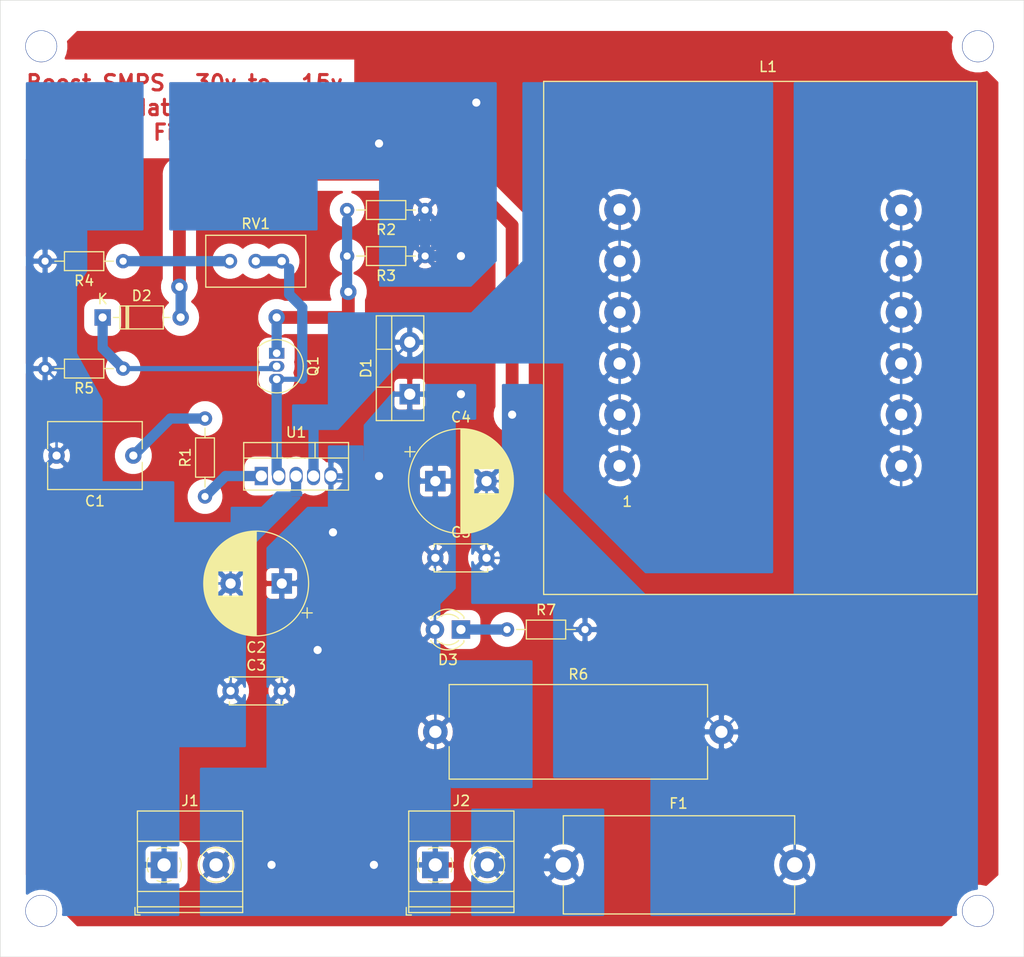
<source format=kicad_pcb>
(kicad_pcb (version 20171130) (host pcbnew 5.1.3-ffb9f22~84~ubuntu16.04.1)
  (layers (0 F.Cu signal hide) (31 B.Cu signal) (34 B.Paste user) (35 F.Paste user) (36 B.SilkS user) (37 F.SilkS user) (38 B.Mask user) (39 F.Mask user) (44 Edge.Cuts user))
  (net 0 "")
  (net 1 "Net-(C1-Pad1)")
  (net 2 "Net-(C1-Pad2)")
  (net 3 GND)
  (net 4 "Net-(C4-Pad2)")
  (net 5 "Net-(D1-Pad2)")
  (net 6 "Net-(D2-Pad1)")
  (net 7 "Net-(F1-Pad1)")
  (net 8 "Net-(Q1-Pad3)")
  (net 9 "Net-(Q1-Pad1)")
  (net 10 "Net-(R1-Pad1)")
  (net 11 "Net-(R4-Pad1)")
  (net 12 "Net-(D3-Pad1)")
  (module Capacitor_THT:C_Rect_L9.0mm_W6.4mm_P7.50mm_MKT (layer F.Cu) (at 65.5 119 180)
    (fp_text reference C1 (at 3.75 -4.45) (layer F.SilkS))
    (fp_text value 0.22u)
    (pad 1 thru_hole circle (at 0 0 180) (size 1.6 1.6) (drill 0.8) (layers *.Cu *.Mask) (net 1 "Net-(C1-Pad1)"))
    (pad 2 thru_hole circle (at 7.5 0 180) (size 1.6 1.6) (drill 0.8) (layers *.Cu *.Mask) (net 2 "Net-(C1-Pad2)"))
  )
  (module Capacitor_THT:CP_Radial_D10.0mm_P5.00mm (layer F.Cu) (at 80 131.5 180)
    (fp_text reference C2 (at 2.5 -6.25) (layer F.SilkS))
    (fp_text value 220u)
    (pad 2 thru_hole circle (at 5 0 180) (size 2 2) (drill 1) (layers *.Cu *.Mask) (net 2 "Net-(C1-Pad2)"))
    (pad 1 thru_hole rect (at 0 0 180) (size 2 2) (drill 1) (layers *.Cu *.Mask) (net 3 GND))
  )
  (module Capacitor_THT:C_Disc_D5.0mm_W2.5mm_P5.00mm (layer F.Cu) (at 75 142)
    (fp_text reference C3 (at 2.5 -2.5) (layer F.SilkS))
    (fp_text value 100n)
    (pad 2 thru_hole circle (at 5 0) (size 1.6 1.6) (drill 0.8) (layers *.Cu *.Mask) (net 3 GND))
    (pad 1 thru_hole circle (at 0 0) (size 1.6 1.6) (drill 0.8) (layers *.Cu *.Mask) (net 2 "Net-(C1-Pad2)"))
  )
  (module Capacitor_THT:CP_Radial_D10.0mm_P5.00mm (layer F.Cu) (at 95 121.5)
    (fp_text reference C4 (at 2.5 -6.25) (layer F.SilkS))
    (fp_text value 470u)
    (pad 1 thru_hole rect (at 0 0) (size 2 2) (drill 1) (layers *.Cu *.Mask) (net 3 GND))
    (pad 2 thru_hole circle (at 5 0) (size 2 2) (drill 1) (layers *.Cu *.Mask) (net 4 "Net-(C4-Pad2)"))
  )
  (module Capacitor_THT:C_Disc_D5.0mm_W2.5mm_P5.00mm (layer F.Cu) (at 95 129)
    (fp_text reference C5 (at 2.5 -2.5) (layer F.SilkS))
    (fp_text value 100n)
    (pad 1 thru_hole circle (at 0 0) (size 1.6 1.6) (drill 0.8) (layers *.Cu *.Mask) (net 3 GND))
    (pad 2 thru_hole circle (at 5 0) (size 1.6 1.6) (drill 0.8) (layers *.Cu *.Mask) (net 4 "Net-(C4-Pad2)"))
  )
  (module Package_TO_SOT_THT:TO-220-2_Vertical (layer F.Cu) (at 92.5 113 90)
    (fp_text reference D1 (at 2.54 -4.27 90) (layer F.SilkS))
    (fp_text value MUR820)
    (pad 1 thru_hole rect (at 0 0 90) (size 2 2) (drill 1.1) (layers *.Cu *.Mask) (net 3 GND))
    (pad 2 thru_hole oval (at 5.08 0 90) (size 2 2) (drill 1.1) (layers *.Cu *.Mask) (net 5 "Net-(D1-Pad2)"))
  )
  (module Diode_THT:D_DO-35_SOD27_P7.62mm_Horizontal (layer F.Cu) (at 62.5 105.5)
    (fp_text reference D2 (at 3.81 -2.12) (layer F.SilkS))
    (fp_text value 1N4148)
    (fp_text user K (at 0 -1.8) (layer F.SilkS))
    (pad 1 thru_hole rect (at 0 0) (size 1.6 1.6) (drill 0.8) (layers *.Cu *.Mask) (net 6 "Net-(D2-Pad1)"))
    (pad 2 thru_hole oval (at 7.62 0) (size 1.6 1.6) (drill 0.8) (layers *.Cu *.Mask) (net 4 "Net-(C4-Pad2)"))
  )
  (module Fuse:Fuseholder_Cylinder-5x20mm_Stelvio-Kontek_PTF78_Horizontal_Open (layer F.Cu) (at 107.5 159)
    (fp_text reference F1 (at 11.25 -6) (layer F.SilkS))
    (fp_text value "Fuse 3A")
    (pad 1 thru_hole circle (at 0 0) (size 3 3) (drill 1.5) (layers *.Cu *.Mask) (net 7 "Net-(F1-Pad1)"))
    (pad 2 thru_hole circle (at 22.6 0) (size 3 3) (drill 1.5) (layers *.Cu *.Mask) (net 4 "Net-(C4-Pad2)"))
  )
  (module TerminalBlock_Phoenix:TerminalBlock_Phoenix_MKDS-1,5-2-5.08_1x02_P5.08mm_Horizontal (layer F.Cu) (at 68.5 159)
    (fp_text reference J1 (at 2.54 -6.26) (layer F.SilkS))
    (fp_text value Conn_01x02)
    (pad 1 thru_hole rect (at 0 0) (size 2.6 2.6) (drill 1.3) (layers *.Cu *.Mask) (net 2 "Net-(C1-Pad2)"))
    (pad 2 thru_hole circle (at 5.08 0) (size 2.6 2.6) (drill 1.3) (layers *.Cu *.Mask) (net 3 GND))
  )
  (module TerminalBlock_Phoenix:TerminalBlock_Phoenix_MKDS-1,5-2-5.08_1x02_P5.08mm_Horizontal (layer F.Cu) (at 95 159)
    (fp_text reference J2 (at 2.54 -6.26) (layer F.SilkS))
    (fp_text value Conn_01x02)
    (pad 2 thru_hole circle (at 5.08 0) (size 2.6 2.6) (drill 1.3) (layers *.Cu *.Mask) (net 7 "Net-(F1-Pad1)"))
    (pad 1 thru_hole rect (at 0 0) (size 2.6 2.6) (drill 1.3) (layers *.Cu *.Mask) (net 3 GND))
  )
  (module Transformer_THT:Transformer_CHK_EI48-8VA_Neutral (layer F.Cu) (at 113 120)
    (fp_text reference L1 (at 14.5 -39) (layer F.SilkS))
    (fp_text value 150uH)
    (fp_text user 1 (at 0.75 3.5) (layer F.SilkS))
    (pad 1 thru_hole circle (at 0 0) (size 3 3) (drill 1.2) (layers *.Cu *.Mask) (net 5 "Net-(D1-Pad2)"))
    (pad 6 thru_hole circle (at 0 -25.05) (size 3 3) (drill 1.2) (layers *.Cu *.Mask) (net 5 "Net-(D1-Pad2)"))
    (pad 7 thru_hole circle (at 27.5 -25) (size 3 3) (drill 1.2) (layers *.Cu *.Mask) (net 4 "Net-(C4-Pad2)"))
    (pad 12 thru_hole circle (at 27.5 0) (size 3 3) (drill 1.2) (layers *.Cu *.Mask) (net 4 "Net-(C4-Pad2)"))
    (pad 2 thru_hole circle (at 0 -5) (size 3 3) (drill 1.2) (layers *.Cu *.Mask) (net 5 "Net-(D1-Pad2)"))
    (pad 3 thru_hole circle (at 0 -10) (size 3 3) (drill 1.2) (layers *.Cu *.Mask) (net 5 "Net-(D1-Pad2)"))
    (pad 4 thru_hole circle (at 0 -15) (size 3 3) (drill 1.2) (layers *.Cu *.Mask) (net 5 "Net-(D1-Pad2)"))
    (pad 5 thru_hole circle (at 0 -20) (size 3 3) (drill 1.2) (layers *.Cu *.Mask) (net 5 "Net-(D1-Pad2)"))
    (pad 11 thru_hole circle (at 27.5 -5) (size 3 3) (drill 1.2) (layers *.Cu *.Mask) (net 4 "Net-(C4-Pad2)"))
    (pad 10 thru_hole circle (at 27.5 -10) (size 3 3) (drill 1.2) (layers *.Cu *.Mask) (net 4 "Net-(C4-Pad2)"))
    (pad 9 thru_hole circle (at 27.5 -15) (size 3 3) (drill 1.2) (layers *.Cu *.Mask) (net 4 "Net-(C4-Pad2)"))
    (pad 8 thru_hole circle (at 27.5 -20) (size 3 3) (drill 1.2) (layers *.Cu *.Mask) (net 4 "Net-(C4-Pad2)"))
  )
  (module Package_TO_SOT_THT:TO-92_Inline (layer F.Cu) (at 79.5 109 270)
    (fp_text reference Q1 (at 1.27 -3.56 90) (layer F.SilkS))
    (fp_text value 2N3906)
    (pad 2 thru_hole oval (at 1.27 0 270) (size 1.05 1.5) (drill 0.75) (layers *.Cu *.Mask) (net 6 "Net-(D2-Pad1)"))
    (pad 3 thru_hole oval (at 2.54 0 270) (size 1.05 1.5) (drill 0.75) (layers *.Cu *.Mask) (net 8 "Net-(Q1-Pad3)"))
    (pad 1 thru_hole rect (at 0 0 270) (size 1.05 1.5) (drill 0.75) (layers *.Cu *.Mask) (net 9 "Net-(Q1-Pad1)"))
  )
  (module Resistor_THT:R_Axial_DIN0204_L3.6mm_D1.6mm_P7.62mm_Horizontal (layer F.Cu) (at 72.5 123 90)
    (fp_text reference R1 (at 3.81 -1.92 90) (layer F.SilkS))
    (fp_text value 3.3k)
    (pad 1 thru_hole circle (at 0 0 90) (size 1.4 1.4) (drill 0.7) (layers *.Cu *.Mask) (net 10 "Net-(R1-Pad1)"))
    (pad 2 thru_hole oval (at 7.62 0 90) (size 1.4 1.4) (drill 0.7) (layers *.Cu *.Mask) (net 1 "Net-(C1-Pad1)"))
  )
  (module Resistor_THT:R_Axial_DIN0204_L3.6mm_D1.6mm_P7.62mm_Horizontal (layer F.Cu) (at 94 95 180)
    (fp_text reference R2 (at 3.81 -1.92) (layer F.SilkS))
    (fp_text value 100k)
    (pad 2 thru_hole oval (at 7.62 0 180) (size 1.4 1.4) (drill 0.7) (layers *.Cu *.Mask) (net 9 "Net-(Q1-Pad1)"))
    (pad 1 thru_hole circle (at 0 0 180) (size 1.4 1.4) (drill 0.7) (layers *.Cu *.Mask) (net 3 GND))
  )
  (module Resistor_THT:R_Axial_DIN0204_L3.6mm_D1.6mm_P7.62mm_Horizontal (layer F.Cu) (at 94 99.5 180)
    (fp_text reference R3 (at 3.81 -1.92) (layer F.SilkS))
    (fp_text value 100k)
    (pad 2 thru_hole oval (at 7.62 0 180) (size 1.4 1.4) (drill 0.7) (layers *.Cu *.Mask) (net 9 "Net-(Q1-Pad1)"))
    (pad 1 thru_hole circle (at 0 0 180) (size 1.4 1.4) (drill 0.7) (layers *.Cu *.Mask) (net 3 GND))
  )
  (module Resistor_THT:R_Axial_DIN0204_L3.6mm_D1.6mm_P7.62mm_Horizontal (layer F.Cu) (at 64.5 100 180)
    (fp_text reference R4 (at 3.81 -1.92) (layer F.SilkS))
    (fp_text value 3.9k)
    (pad 1 thru_hole circle (at 0 0 180) (size 1.4 1.4) (drill 0.7) (layers *.Cu *.Mask) (net 11 "Net-(R4-Pad1)"))
    (pad 2 thru_hole oval (at 7.62 0 180) (size 1.4 1.4) (drill 0.7) (layers *.Cu *.Mask) (net 2 "Net-(C1-Pad2)"))
  )
  (module Resistor_THT:R_Axial_DIN0204_L3.6mm_D1.6mm_P7.62mm_Horizontal (layer F.Cu) (at 64.5 110.5 180)
    (fp_text reference R5 (at 3.81 -1.92) (layer F.SilkS))
    (fp_text value 100k)
    (pad 1 thru_hole circle (at 0 0 180) (size 1.4 1.4) (drill 0.7) (layers *.Cu *.Mask) (net 6 "Net-(D2-Pad1)"))
    (pad 2 thru_hole oval (at 7.62 0 180) (size 1.4 1.4) (drill 0.7) (layers *.Cu *.Mask) (net 2 "Net-(C1-Pad2)"))
  )
  (module Potentiometer_THT:Potentiometer_Bourns_3296W_Vertical (layer F.Cu) (at 80 100)
    (fp_text reference RV1 (at -2.54 -3.66) (layer F.SilkS))
    (fp_text value 2k)
    (pad 1 thru_hole circle (at 0 0) (size 1.44 1.44) (drill 0.8) (layers *.Cu *.Mask) (net 8 "Net-(Q1-Pad3)"))
    (pad 2 thru_hole circle (at -2.54 0) (size 1.44 1.44) (drill 0.8) (layers *.Cu *.Mask) (net 8 "Net-(Q1-Pad3)"))
    (pad 3 thru_hole circle (at -5.08 0) (size 1.44 1.44) (drill 0.8) (layers *.Cu *.Mask) (net 11 "Net-(R4-Pad1)"))
  )
  (module Package_TO_SOT_THT:TO-220-5_Vertical (layer F.Cu) (at 78 121)
    (fp_text reference U1 (at 3.4 -4.27) (layer F.SilkS))
    (fp_text value LM2577)
    (pad 1 thru_hole rect (at 0 0) (size 1.275 1.8) (drill 1.1) (layers *.Cu *.Mask) (net 10 "Net-(R1-Pad1)"))
    (pad 2 thru_hole oval (at 1.7 0) (size 1.275 1.8) (drill 1.1) (layers *.Cu *.Mask) (net 8 "Net-(Q1-Pad3)"))
    (pad 3 thru_hole oval (at 3.4 0) (size 1.275 1.8) (drill 1.1) (layers *.Cu *.Mask) (net 2 "Net-(C1-Pad2)"))
    (pad 4 thru_hole oval (at 5.1 0) (size 1.275 1.8) (drill 1.1) (layers *.Cu *.Mask) (net 5 "Net-(D1-Pad2)"))
    (pad 5 thru_hole oval (at 6.8 0) (size 1.275 1.8) (drill 1.1) (layers *.Cu *.Mask) (net 3 GND))
  )
  (module LED_THT:LED_D3.0mm (layer F.Cu) (at 97.5 136 180)
    (fp_text reference D3 (at 1.27 -2.96) (layer F.SilkS))
    (fp_text value LED)
    (pad 1 thru_hole rect (at 0 0 180) (size 1.8 1.8) (drill 0.9) (layers *.Cu *.Mask) (net 12 "Net-(D3-Pad1)"))
    (pad 2 thru_hole circle (at 2.54 0 180) (size 1.8 1.8) (drill 0.9) (layers *.Cu *.Mask) (net 3 GND))
  )
  (module Resistor_THT:R_Axial_Power_L25.0mm_W9.0mm_P27.94mm (layer F.Cu) (at 95 146)
    (fp_text reference R6 (at 13.97 -5.62) (layer F.SilkS))
    (fp_text value 330)
    (pad 1 thru_hole circle (at 0 0) (size 2.4 2.4) (drill 1.2) (layers *.Cu *.Mask) (net 3 GND))
    (pad 2 thru_hole oval (at 27.94 0) (size 2.4 2.4) (drill 1.2) (layers *.Cu *.Mask) (net 4 "Net-(C4-Pad2)"))
  )
  (module Resistor_THT:R_Axial_DIN0204_L3.6mm_D1.6mm_P7.62mm_Horizontal (layer F.Cu) (at 102 136)
    (fp_text reference R7 (at 3.81 -1.92) (layer F.SilkS))
    (fp_text value 1k)
    (pad 1 thru_hole circle (at 0 0) (size 1.4 1.4) (drill 0.7) (layers *.Cu *.Mask) (net 12 "Net-(D3-Pad1)"))
    (pad 2 thru_hole oval (at 7.62 0) (size 1.4 1.4) (drill 0.7) (layers *.Cu *.Mask) (net 4 "Net-(C4-Pad2)"))
  )
  (gr_text "Boost SMPS -30v to -15v\nLiaudat - Muñoz\nFiuba" (at 70.5 85) (layer F.Cu) (effects (font (size 1.5 1.5) (thickness 0.3))))
  (gr_line (start 52.5 74.5) (end 152.5 74.5) (layer Edge.Cuts) (width 0.05))
  (gr_line (start 52.5 168) (end 52.5 74.5) (layer Edge.Cuts) (width 0.05))
  (gr_line (start 152.5 168) (end 52.5 168) (layer Edge.Cuts) (width 0.05))
  (gr_line (start 152.5 74.5) (end 152.5 168) (layer Edge.Cuts) (width 0.05))
  (via (at 148 79) (size 3.1) (drill 3) (layers F.Cu B.Cu) (net 0))
  (via (at 56.5 79) (size 3.1) (drill 3) (layers F.Cu B.Cu) (net 0))
  (via (at 56.5 163.5) (size 3.1) (drill 3) (layers F.Cu B.Cu) (net 0))
  (via (at 148 163.5) (size 3.1) (drill 3) (layers F.Cu B.Cu) (net 0))
  (via (at 97.5 113) (size 1.6) (drill 0.8) (layers F.Cu B.Cu) (net 3))
  (via (at 97.5 99.5) (size 1.6) (drill 0.8) (layers F.Cu B.Cu) (net 3))
  (via (at 79.5 105.5) (size 1.6) (drill 0.8) (layers F.Cu B.Cu) (net 9))
  (via (at 86.5 103) (size 1.6) (drill 0.8) (layers F.Cu B.Cu) (net 9))
  (via (at 70 102.5) (size 1.6) (drill 0.8) (layers F.Cu B.Cu) (net 4))
  (via (at 102.5 115) (size 1.6) (drill 0.8) (layers F.Cu B.Cu) (net 4))
  (segment (start 69.12 115.38) (end 65.5 119) (width 1) (layer B.Cu) (net 1))
  (segment (start 72.5 115.38) (end 69.12 115.38) (width 1) (layer B.Cu) (net 1))
  (segment (start 68.5 148.5) (end 75 142) (width 0.25) (layer B.Cu) (net 2))
  (segment (start 68.5 159) (end 68.5 148.5) (width 0.25) (layer B.Cu) (net 2))
  (segment (start 75 142) (end 75 131.5) (width 0.25) (layer B.Cu) (net 2))
  (segment (start 81.4 121.2625) (end 81.4 121) (width 0.25) (layer B.Cu) (net 2))
  (segment (start 75 131.5) (end 75 127.4) (width 0.25) (layer B.Cu) (net 2))
  (segment (start 70.5 131.5) (end 58 119) (width 0.25) (layer B.Cu) (net 2))
  (segment (start 75 131.5) (end 70.5 131.5) (width 0.25) (layer B.Cu) (net 2))
  (segment (start 58 111.62) (end 56.88 110.5) (width 0.25) (layer B.Cu) (net 2))
  (segment (start 58 119) (end 58 111.62) (width 0.25) (layer B.Cu) (net 2))
  (segment (start 56.88 109.510051) (end 56.88 100) (width 0.25) (layer B.Cu) (net 2))
  (segment (start 56.88 110.5) (end 56.88 109.510051) (width 0.25) (layer B.Cu) (net 2))
  (segment (start 81.4 121) (end 81.4 122.4) (width 1) (layer B.Cu) (net 2))
  (segment (start 81.4 122.4) (end 81.3 122.5) (width 0.25) (layer B.Cu) (net 2))
  (segment (start 81.4 122.4) (end 81.1 122.4) (width 0.25) (layer B.Cu) (net 2))
  (segment (start 81.1 122.4) (end 80.5 123) (width 0.25) (layer B.Cu) (net 2))
  (segment (start 95 157.45) (end 95 146) (width 0.25) (layer B.Cu) (net 3))
  (segment (start 95 159) (end 95 157.45) (width 0.25) (layer B.Cu) (net 3))
  (segment (start 95 136.04) (end 94.96 136) (width 0.25) (layer B.Cu) (net 3))
  (segment (start 95 146) (end 95 136.04) (width 0.25) (layer B.Cu) (net 3))
  (segment (start 94.96 129.04) (end 95 129) (width 0.25) (layer B.Cu) (net 3))
  (segment (start 94.96 136) (end 94.96 129.04) (width 0.25) (layer B.Cu) (net 3))
  (segment (start 95 129) (end 95 121.5) (width 0.25) (layer B.Cu) (net 3))
  (segment (start 85.3 121.5) (end 84.8 121) (width 0.25) (layer B.Cu) (net 3))
  (segment (start 95 121.5) (end 85.3 121.5) (width 0.25) (layer B.Cu) (net 3))
  (segment (start 81.25 131.5) (end 80 131.5) (width 0.25) (layer B.Cu) (net 3))
  (segment (start 84.8 127.95) (end 81.25 131.5) (width 0.25) (layer B.Cu) (net 3))
  (segment (start 84.8 121) (end 84.8 127.95) (width 0.25) (layer B.Cu) (net 3))
  (segment (start 80 131.5) (end 80 142) (width 0.25) (layer B.Cu) (net 3))
  (segment (start 80 152.58) (end 73.58 159) (width 0.25) (layer B.Cu) (net 3))
  (segment (start 80 142) (end 80 152.58) (width 0.25) (layer B.Cu) (net 3))
  (segment (start 94 95) (end 94 99.5) (width 1) (layer B.Cu) (net 3))
  (segment (start 93.75 121.5) (end 95 121.5) (width 0.25) (layer B.Cu) (net 3))
  (segment (start 92.5 120.25) (end 93.75 121.5) (width 0.25) (layer B.Cu) (net 3))
  (segment (start 92.5 113) (end 92.5 120.25) (width 0.25) (layer B.Cu) (net 3))
  (segment (start 97.5 113) (end 92.5 113) (width 0.25) (layer B.Cu) (net 3))
  (segment (start 94 99.5) (end 97.5 99.5) (width 1) (layer B.Cu) (net 3))
  (segment (start 97.5 99.5) (end 97.5 113) (width 1.25) (layer F.Cu) (net 3))
  (via (at 89 159) (size 1.6) (drill 0.8) (layers F.Cu B.Cu) (net 3))
  (via (at 79 159) (size 1.6) (drill 0.8) (layers F.Cu B.Cu) (net 3))
  (via (at 89.5 121) (size 1.6) (drill 0.8) (layers F.Cu B.Cu) (net 3))
  (via (at 85 126.5) (size 1.6) (drill 0.8) (layers F.Cu B.Cu) (net 3))
  (via (at 83.5 138) (size 1.6) (drill 0.8) (layers F.Cu B.Cu) (net 3))
  (via (at 99 84.5) (size 1.6) (drill 0.8) (layers F.Cu B.Cu) (net 3))
  (via (at 89.5 88.5) (size 1.6) (drill 0.8) (layers F.Cu B.Cu) (net 3))
  (segment (start 130.1 153.16) (end 122.94 146) (width 0.25) (layer B.Cu) (net 4))
  (segment (start 130.1 159) (end 130.1 153.16) (width 0.25) (layer B.Cu) (net 4))
  (segment (start 140.5 128.44) (end 140.5 120) (width 0.25) (layer B.Cu) (net 4))
  (segment (start 122.94 146) (end 140.5 128.44) (width 0.25) (layer B.Cu) (net 4))
  (segment (start 140.5 120) (end 140.5 115) (width 0.25) (layer B.Cu) (net 4))
  (segment (start 140.5 110) (end 140.5 115) (width 0.25) (layer B.Cu) (net 4))
  (segment (start 140.5 110) (end 140.5 105) (width 0.25) (layer B.Cu) (net 4))
  (segment (start 140.5 102.87868) (end 140.5 100) (width 0.25) (layer B.Cu) (net 4))
  (segment (start 140.5 105) (end 140.5 102.87868) (width 0.25) (layer B.Cu) (net 4))
  (segment (start 140.5 100) (end 140.5 95) (width 0.25) (layer B.Cu) (net 4))
  (segment (start 112.94 136) (end 109.62 136) (width 0.25) (layer B.Cu) (net 4))
  (segment (start 122.94 146) (end 112.94 136) (width 0.25) (layer B.Cu) (net 4))
  (segment (start 101.13137 129) (end 100 129) (width 0.25) (layer B.Cu) (net 4))
  (segment (start 103.609949 129) (end 101.13137 129) (width 0.25) (layer B.Cu) (net 4))
  (segment (start 109.62 135.010051) (end 103.609949 129) (width 0.25) (layer B.Cu) (net 4))
  (segment (start 109.62 136) (end 109.62 135.010051) (width 0.25) (layer B.Cu) (net 4))
  (segment (start 100 129) (end 100 121.5) (width 0.25) (layer B.Cu) (net 4))
  (segment (start 100 121.5) (end 103 121.5) (width 0.25) (layer B.Cu) (net 4))
  (segment (start 103 121.5) (end 103 116.5) (width 0.25) (layer B.Cu) (net 4))
  (segment (start 102.86863 116.5) (end 103 116.5) (width 0.25) (layer B.Cu) (net 4))
  (segment (start 102.5 116.13137) (end 102.86863 116.5) (width 0.25) (layer B.Cu) (net 4))
  (segment (start 102.5 115) (end 102.5 116.13137) (width 0.25) (layer B.Cu) (net 4))
  (segment (start 70.12 102.62) (end 70 102.5) (width 0.25) (layer B.Cu) (net 4))
  (segment (start 70.12 105.5) (end 70.12 102.62) (width 1) (layer B.Cu) (net 4))
  (segment (start 70 102.5) (end 70 91.5) (width 1.25) (layer F.Cu) (net 4))
  (segment (start 70 91.5) (end 97.5 91.5) (width 1.25) (layer F.Cu) (net 4))
  (segment (start 97.5 91.5) (end 102.5 96.5) (width 1.25) (layer F.Cu) (net 4))
  (segment (start 102.5 96.5) (end 102.5 115) (width 1.25) (layer F.Cu) (net 4))
  (segment (start 83.1 121) (end 83.1 115.32) (width 1) (layer B.Cu) (net 5))
  (segment (start 113 94.95) (end 113 100) (width 0.25) (layer B.Cu) (net 5))
  (segment (start 113 100) (end 113 105) (width 0.25) (layer B.Cu) (net 5))
  (segment (start 113 105) (end 113 110) (width 0.25) (layer B.Cu) (net 5))
  (segment (start 113 110) (end 113 115) (width 0.25) (layer B.Cu) (net 5))
  (segment (start 113 115) (end 113 120) (width 0.25) (layer B.Cu) (net 5))
  (segment (start 85.1 115.32) (end 92.5 107.92) (width 0.25) (layer B.Cu) (net 5))
  (segment (start 83.1 115.32) (end 85.1 115.32) (width 0.25) (layer B.Cu) (net 5))
  (segment (start 110.08 107.92) (end 113 105) (width 0.25) (layer B.Cu) (net 5))
  (segment (start 92.5 107.92) (end 110.08 107.92) (width 0.25) (layer B.Cu) (net 5))
  (segment (start 62.5 108.5) (end 64.5 110.5) (width 1) (layer B.Cu) (net 6))
  (segment (start 62.5 105.5) (end 62.5 108.5) (width 1) (layer B.Cu) (net 6))
  (segment (start 79.27 110.5) (end 79.5 110.27) (width 0.25) (layer B.Cu) (net 6))
  (segment (start 64.5 110.5) (end 79.27 110.5) (width 0.5) (layer B.Cu) (net 6))
  (segment (start 100.08 159) (end 107.5 159) (width 1.25) (layer B.Cu) (net 7))
  (segment (start 79.5 120.8) (end 79.7 121) (width 0.25) (layer B.Cu) (net 8))
  (segment (start 79.5 111.54) (end 79.5 120.8) (width 1) (layer B.Cu) (net 8))
  (segment (start 77.46 100) (end 80 100) (width 1) (layer B.Cu) (net 8))
  (segment (start 80.719999 100.719999) (end 80 100) (width 0.25) (layer B.Cu) (net 8))
  (segment (start 79.5 111.54) (end 81.96 111.54) (width 0.5) (layer B.Cu) (net 8))
  (segment (start 82 104.518233) (end 80.719999 103.238232) (width 1) (layer B.Cu) (net 8))
  (segment (start 80.719999 103.238232) (end 80.719999 100.719999) (width 1) (layer B.Cu) (net 8))
  (segment (start 81.96 111.54) (end 82 111.5) (width 0.25) (layer B.Cu) (net 8))
  (segment (start 82 111.5) (end 82 104.518233) (width 1) (layer B.Cu) (net 8))
  (segment (start 86.38 95.989949) (end 86.38 99.5) (width 1) (layer B.Cu) (net 9))
  (segment (start 86.38 95) (end 86.38 95.989949) (width 0.25) (layer B.Cu) (net 9))
  (segment (start 79.5 109) (end 79.5 105.5) (width 1) (layer B.Cu) (net 9))
  (segment (start 86.38 102.88) (end 86.5 103) (width 0.25) (layer B.Cu) (net 9))
  (segment (start 86.38 99.5) (end 86.38 102.88) (width 1) (layer B.Cu) (net 9))
  (segment (start 79.5 105.5) (end 86.5 105.5) (width 1.25) (layer F.Cu) (net 9))
  (segment (start 86.5 105.5) (end 86.5 103) (width 1.25) (layer F.Cu) (net 9))
  (segment (start 74.5 121) (end 78 121) (width 1) (layer B.Cu) (net 10))
  (segment (start 72.5 123) (end 74.5 121) (width 1) (layer B.Cu) (net 10))
  (segment (start 64.5 100) (end 74.92 100) (width 1) (layer B.Cu) (net 11))
  (segment (start 102 136) (end 97.5 136) (width 1) (layer B.Cu) (net 12))
  (zone (net 3) (net_name GND) (layer B.Cu) (connect_pads (clearance 0.508)) (min_thickness 0.254) (fill yes (arc_segments 32) (thermal_gap 0.508) (thermal_bridge_width 0.508))
    (polygon (pts (xy 96.5 164) (xy 72 164) (xy 72 149.5) (xy 78.5 149.5) (xy 78.5 128) (xy 82.5 124) (xy 84.5 124) (xy 84.5 119.5) (xy 88 119.5) (xy 88 116) (xy 91.5 112) (xy 99 112) (xy 99 115.5) (xy 97 115.5) (xy 97 132) (xy 95.5 133.5) (xy 95.5 139) (xy 96 140.5) (xy 96.5 142)))
  )
  (zone (net 3) (net_name GND) (layer B.Cu) (connect_pads (clearance 0.508)) (min_thickness 0.254) (fill yes (arc_segments 32) (thermal_gap 0.508) (thermal_bridge_width 0.508))
    (polygon (pts (xy 88 118.5) (xy 88 118) (xy 84.5 118) (xy 84.5 122.5) (xy 88 122.5)))
  )
  (zone (net 7) (net_name "Net-(F1-Pad1)") (layer B.Cu) (connect_pads (clearance 0.508)) (min_thickness 0.254) (fill yes (arc_segments 32) (thermal_gap 0.508) (thermal_bridge_width 0.508))
    (polygon (pts (xy 98.5 164) (xy 98.5 153.5) (xy 111.5 153.5) (xy 111.5 164)))
  )
  (zone (net 4) (net_name "Net-(C4-Pad2)") (layer B.Cu) (connect_pads (clearance 0.508)) (min_thickness 0.254) (fill yes (arc_segments 32) (thermal_gap 0.508) (thermal_bridge_width 0.508))
    (polygon (pts (xy 148 164) (xy 116 164) (xy 116 150.5) (xy 106.5 150.5) (xy 106.5 135) (xy 106.5 133.5) (xy 98.5 133.5) (xy 98.5 119) (xy 101.5 119) (xy 101.5 112) (xy 105.5 112) (xy 105.5 122.5) (xy 115.5 132.5) (xy 130 132.5) (xy 130 82.5) (xy 148 82.5)))
  )
  (zone (net 5) (net_name "Net-(D1-Pad2)") (layer B.Cu) (connect_pads (clearance 0.508)) (min_thickness 0.254) (fill yes (arc_segments 32) (thermal_gap 0.508) (thermal_bridge_width 0.508))
    (polygon (pts (xy 128 82.5) (xy 128 130.5) (xy 115.5 130.5) (xy 107.5 122.5) (xy 107.5 110) (xy 91.5 110) (xy 85.5 116.5) (xy 81 116.5) (xy 81 114) (xy 83 114) (xy 84 114) (xy 84.5 114) (xy 84.5 106) (xy 84.5 105) (xy 98.5 105) (xy 103.5 100) (xy 103.5 82.5)))
  )
  (zone (net 3) (net_name GND) (layer B.Cu) (connect_pads (clearance 0.508)) (min_thickness 0.254) (fill yes (arc_segments 32) (thermal_gap 0.508) (thermal_bridge_width 0.508))
    (polygon (pts (xy 96.5 151.5) (xy 104.5 151.5) (xy 104.5 139) (xy 95.5 139)))
  )
  (zone (net 2) (net_name "Net-(C1-Pad2)") (layer B.Cu) (connect_pads (clearance 0.508)) (min_thickness 0.254) (fill yes (arc_segments 32) (thermal_gap 0.508) (thermal_bridge_width 0.508))
    (polygon (pts (xy 70 164) (xy 70 147.5) (xy 76.5 147.5) (xy 76.5 127.5) (xy 81 123) (xy 82 123) (xy 82 122.5) (xy 79.5 122.5) (xy 78 124) (xy 75 124) (xy 75 125.5) (xy 69.5 125.5) (xy 69.5 121.5) (xy 62.5 121.5) (xy 62.5 113.5) (xy 60 109) (xy 60 102.5) (xy 61 101) (xy 61 97) (xy 66.5 97) (xy 66.5 82.5) (xy 55 82.5) (xy 55 164)))
  )
  (zone (net 3) (net_name GND) (layer B.Cu) (connect_pads (clearance 0.508)) (min_thickness 0.254) (fill yes (arc_segments 32) (thermal_gap 0.508) (thermal_bridge_width 0.508))
    (polygon (pts (xy 101 100) (xy 98.5 102.5) (xy 89.5 102.5) (xy 89.5 92) (xy 83.5 92) (xy 83.5 97) (xy 69 97) (xy 69 82.5) (xy 101 82.5)))
  )
  (zone (net 3) (net_name GND) (layer F.Cu) (connect_pads (clearance 1)) (min_thickness 0.254) (fill yes (arc_segments 32) (thermal_gap 0.508) (thermal_bridge_width 0.508))
    (polygon (pts (xy 144.5 165) (xy 150 160) (xy 150 82.5) (xy 145 77.5) (xy 60 77.5) (xy 55 82.5) (xy 55 160) (xy 60 165)))
  )
  (zone (net 2) (net_name "Net-(C1-Pad2)") (layer B.Cu) (connect_pads (clearance 1)) (min_thickness 0.254) (fill yes (arc_segments 32) (thermal_gap 0.508) (thermal_bridge_width 0.508))
    (polygon (pts (xy 82 123) (xy 76.5 128.5) (xy 76.5 126.5) (xy 80.5 123)))
  )
)
</source>
